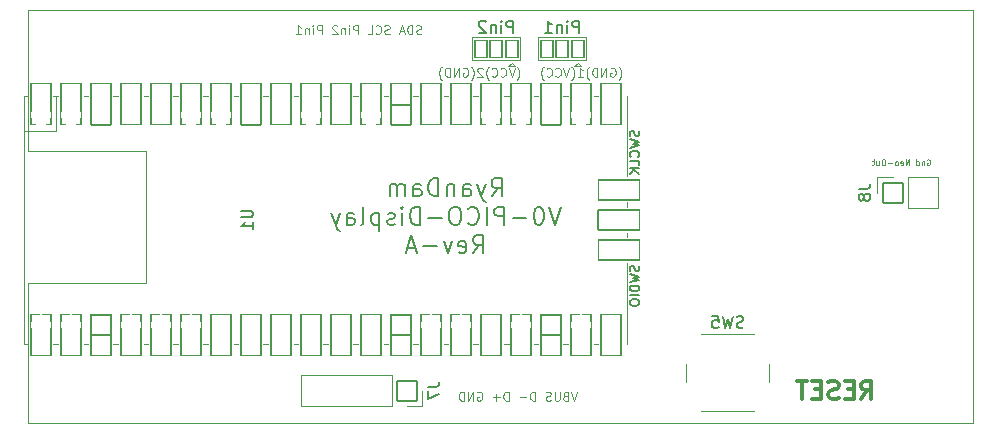
<source format=gbo>
G04 #@! TF.GenerationSoftware,KiCad,Pcbnew,(6.0.1-0)*
G04 #@! TF.CreationDate,2022-02-27T22:00:48+07:00*
G04 #@! TF.ProjectId,V0_Display,56305f44-6973-4706-9c61-792e6b696361,rev?*
G04 #@! TF.SameCoordinates,Original*
G04 #@! TF.FileFunction,Legend,Bot*
G04 #@! TF.FilePolarity,Positive*
%FSLAX46Y46*%
G04 Gerber Fmt 4.6, Leading zero omitted, Abs format (unit mm)*
G04 Created by KiCad (PCBNEW (6.0.1-0)) date 2022-02-27 22:00:48*
%MOMM*%
%LPD*%
G01*
G04 APERTURE LIST*
G04 Aperture macros list*
%AMRoundRect*
0 Rectangle with rounded corners*
0 $1 Rounding radius*
0 $2 $3 $4 $5 $6 $7 $8 $9 X,Y pos of 4 corners*
0 Add a 4 corners polygon primitive as box body*
4,1,4,$2,$3,$4,$5,$6,$7,$8,$9,$2,$3,0*
0 Add four circle primitives for the rounded corners*
1,1,$1+$1,$2,$3*
1,1,$1+$1,$4,$5*
1,1,$1+$1,$6,$7*
1,1,$1+$1,$8,$9*
0 Add four rect primitives between the rounded corners*
20,1,$1+$1,$2,$3,$4,$5,0*
20,1,$1+$1,$4,$5,$6,$7,0*
20,1,$1+$1,$6,$7,$8,$9,0*
20,1,$1+$1,$8,$9,$2,$3,0*%
G04 Aperture macros list end*
G04 #@! TA.AperFunction,Profile*
%ADD10C,0.050000*%
G04 #@! TD*
%ADD11C,0.100000*%
%ADD12C,0.300000*%
%ADD13C,0.200000*%
%ADD14C,0.150000*%
%ADD15C,0.120000*%
%ADD16C,2.802000*%
%ADD17C,2.102000*%
%ADD18O,2.602000X4.102000*%
%ADD19C,1.502000*%
%ADD20C,1.626000*%
%ADD21RoundRect,0.051000X0.850000X-0.850000X0.850000X0.850000X-0.850000X0.850000X-0.850000X-0.850000X0*%
%ADD22O,1.802000X1.802000*%
%ADD23RoundRect,0.051000X0.500000X0.750000X-0.500000X0.750000X-0.500000X-0.750000X0.500000X-0.750000X0*%
%ADD24RoundRect,0.051000X-0.850000X0.850000X-0.850000X-0.850000X0.850000X-0.850000X0.850000X0.850000X0*%
%ADD25O,1.902000X1.902000*%
%ADD26O,1.602000X1.602000*%
%ADD27RoundRect,0.051000X-0.850000X1.750000X-0.850000X-1.750000X0.850000X-1.750000X0.850000X1.750000X0*%
%ADD28RoundRect,0.051000X1.750000X0.850000X-1.750000X0.850000X-1.750000X-0.850000X1.750000X-0.850000X0*%
G04 APERTURE END LIST*
D10*
X85170000Y-61562000D02*
X85170000Y-49650000D01*
X165170000Y-84650000D02*
X85170000Y-84650000D01*
X85170000Y-84650000D02*
X85170000Y-72738000D01*
X85170000Y-61562000D02*
X95144000Y-61562000D01*
X85170000Y-72738000D02*
X95144000Y-72738000D01*
X95144000Y-61562000D02*
X95144000Y-72738000D01*
X85170000Y-49650000D02*
X165170000Y-49650000D01*
X165170000Y-49650000D02*
X165170000Y-84650000D01*
D11*
X118473571Y-51651571D02*
X118366428Y-51687285D01*
X118187857Y-51687285D01*
X118116428Y-51651571D01*
X118080714Y-51615857D01*
X118045000Y-51544428D01*
X118045000Y-51473000D01*
X118080714Y-51401571D01*
X118116428Y-51365857D01*
X118187857Y-51330142D01*
X118330714Y-51294428D01*
X118402142Y-51258714D01*
X118437857Y-51223000D01*
X118473571Y-51151571D01*
X118473571Y-51080142D01*
X118437857Y-51008714D01*
X118402142Y-50973000D01*
X118330714Y-50937285D01*
X118152142Y-50937285D01*
X118045000Y-50973000D01*
X117723571Y-51687285D02*
X117723571Y-50937285D01*
X117545000Y-50937285D01*
X117437857Y-50973000D01*
X117366428Y-51044428D01*
X117330714Y-51115857D01*
X117295000Y-51258714D01*
X117295000Y-51365857D01*
X117330714Y-51508714D01*
X117366428Y-51580142D01*
X117437857Y-51651571D01*
X117545000Y-51687285D01*
X117723571Y-51687285D01*
X117009285Y-51473000D02*
X116652142Y-51473000D01*
X117080714Y-51687285D02*
X116830714Y-50937285D01*
X116580714Y-51687285D01*
X115795000Y-51651571D02*
X115687857Y-51687285D01*
X115509285Y-51687285D01*
X115437857Y-51651571D01*
X115402142Y-51615857D01*
X115366428Y-51544428D01*
X115366428Y-51473000D01*
X115402142Y-51401571D01*
X115437857Y-51365857D01*
X115509285Y-51330142D01*
X115652142Y-51294428D01*
X115723571Y-51258714D01*
X115759285Y-51223000D01*
X115795000Y-51151571D01*
X115795000Y-51080142D01*
X115759285Y-51008714D01*
X115723571Y-50973000D01*
X115652142Y-50937285D01*
X115473571Y-50937285D01*
X115366428Y-50973000D01*
X114616428Y-51615857D02*
X114652142Y-51651571D01*
X114759285Y-51687285D01*
X114830714Y-51687285D01*
X114937857Y-51651571D01*
X115009285Y-51580142D01*
X115045000Y-51508714D01*
X115080714Y-51365857D01*
X115080714Y-51258714D01*
X115045000Y-51115857D01*
X115009285Y-51044428D01*
X114937857Y-50973000D01*
X114830714Y-50937285D01*
X114759285Y-50937285D01*
X114652142Y-50973000D01*
X114616428Y-51008714D01*
X113937857Y-51687285D02*
X114295000Y-51687285D01*
X114295000Y-50937285D01*
X113116428Y-51687285D02*
X113116428Y-50937285D01*
X112830714Y-50937285D01*
X112759285Y-50973000D01*
X112723571Y-51008714D01*
X112687857Y-51080142D01*
X112687857Y-51187285D01*
X112723571Y-51258714D01*
X112759285Y-51294428D01*
X112830714Y-51330142D01*
X113116428Y-51330142D01*
X112366428Y-51687285D02*
X112366428Y-51187285D01*
X112366428Y-50937285D02*
X112402142Y-50973000D01*
X112366428Y-51008714D01*
X112330714Y-50973000D01*
X112366428Y-50937285D01*
X112366428Y-51008714D01*
X112009285Y-51187285D02*
X112009285Y-51687285D01*
X112009285Y-51258714D02*
X111973571Y-51223000D01*
X111902142Y-51187285D01*
X111795000Y-51187285D01*
X111723571Y-51223000D01*
X111687857Y-51294428D01*
X111687857Y-51687285D01*
X111366428Y-51008714D02*
X111330714Y-50973000D01*
X111259285Y-50937285D01*
X111080714Y-50937285D01*
X111009285Y-50973000D01*
X110973571Y-51008714D01*
X110937857Y-51080142D01*
X110937857Y-51151571D01*
X110973571Y-51258714D01*
X111402142Y-51687285D01*
X110937857Y-51687285D01*
X110045000Y-51687285D02*
X110045000Y-50937285D01*
X109759285Y-50937285D01*
X109687857Y-50973000D01*
X109652142Y-51008714D01*
X109616428Y-51080142D01*
X109616428Y-51187285D01*
X109652142Y-51258714D01*
X109687857Y-51294428D01*
X109759285Y-51330142D01*
X110045000Y-51330142D01*
X109295000Y-51687285D02*
X109295000Y-51187285D01*
X109295000Y-50937285D02*
X109330714Y-50973000D01*
X109295000Y-51008714D01*
X109259285Y-50973000D01*
X109295000Y-50937285D01*
X109295000Y-51008714D01*
X108937857Y-51187285D02*
X108937857Y-51687285D01*
X108937857Y-51258714D02*
X108902142Y-51223000D01*
X108830714Y-51187285D01*
X108723571Y-51187285D01*
X108652142Y-51223000D01*
X108616428Y-51294428D01*
X108616428Y-51687285D01*
X107866428Y-51687285D02*
X108295000Y-51687285D01*
X108080714Y-51687285D02*
X108080714Y-50937285D01*
X108152142Y-51044428D01*
X108223571Y-51115857D01*
X108295000Y-51151571D01*
X135198571Y-55583000D02*
X135234285Y-55547285D01*
X135305714Y-55440142D01*
X135341428Y-55368714D01*
X135377142Y-55261571D01*
X135412857Y-55083000D01*
X135412857Y-54940142D01*
X135377142Y-54761571D01*
X135341428Y-54654428D01*
X135305714Y-54583000D01*
X135234285Y-54475857D01*
X135198571Y-54440142D01*
X134520000Y-54583000D02*
X134591428Y-54547285D01*
X134698571Y-54547285D01*
X134805714Y-54583000D01*
X134877142Y-54654428D01*
X134912857Y-54725857D01*
X134948571Y-54868714D01*
X134948571Y-54975857D01*
X134912857Y-55118714D01*
X134877142Y-55190142D01*
X134805714Y-55261571D01*
X134698571Y-55297285D01*
X134627142Y-55297285D01*
X134520000Y-55261571D01*
X134484285Y-55225857D01*
X134484285Y-54975857D01*
X134627142Y-54975857D01*
X134162857Y-55297285D02*
X134162857Y-54547285D01*
X133734285Y-55297285D01*
X133734285Y-54547285D01*
X133377142Y-55297285D02*
X133377142Y-54547285D01*
X133198571Y-54547285D01*
X133091428Y-54583000D01*
X133020000Y-54654428D01*
X132984285Y-54725857D01*
X132948571Y-54868714D01*
X132948571Y-54975857D01*
X132984285Y-55118714D01*
X133020000Y-55190142D01*
X133091428Y-55261571D01*
X133198571Y-55297285D01*
X133377142Y-55297285D01*
X132698571Y-55583000D02*
X132662857Y-55547285D01*
X132591428Y-55440142D01*
X132555714Y-55368714D01*
X132520000Y-55261571D01*
X132484285Y-55083000D01*
X132484285Y-54940142D01*
X132520000Y-54761571D01*
X132555714Y-54654428D01*
X132591428Y-54583000D01*
X132662857Y-54475857D01*
X132698571Y-54440142D01*
X131734285Y-55297285D02*
X132162857Y-55297285D01*
X131948571Y-55297285D02*
X131948571Y-54547285D01*
X132020000Y-54654428D01*
X132091428Y-54725857D01*
X132162857Y-54761571D01*
X131198571Y-55583000D02*
X131234285Y-55547285D01*
X131305714Y-55440142D01*
X131341428Y-55368714D01*
X131377142Y-55261571D01*
X131412857Y-55083000D01*
X131412857Y-54940142D01*
X131377142Y-54761571D01*
X131341428Y-54654428D01*
X131305714Y-54583000D01*
X131234285Y-54475857D01*
X131198571Y-54440142D01*
X131020000Y-54547285D02*
X130770000Y-55297285D01*
X130520000Y-54547285D01*
X129841428Y-55225857D02*
X129877142Y-55261571D01*
X129984285Y-55297285D01*
X130055714Y-55297285D01*
X130162857Y-55261571D01*
X130234285Y-55190142D01*
X130270000Y-55118714D01*
X130305714Y-54975857D01*
X130305714Y-54868714D01*
X130270000Y-54725857D01*
X130234285Y-54654428D01*
X130162857Y-54583000D01*
X130055714Y-54547285D01*
X129984285Y-54547285D01*
X129877142Y-54583000D01*
X129841428Y-54618714D01*
X129091428Y-55225857D02*
X129127142Y-55261571D01*
X129234285Y-55297285D01*
X129305714Y-55297285D01*
X129412857Y-55261571D01*
X129484285Y-55190142D01*
X129520000Y-55118714D01*
X129555714Y-54975857D01*
X129555714Y-54868714D01*
X129520000Y-54725857D01*
X129484285Y-54654428D01*
X129412857Y-54583000D01*
X129305714Y-54547285D01*
X129234285Y-54547285D01*
X129127142Y-54583000D01*
X129091428Y-54618714D01*
X128841428Y-55583000D02*
X128805714Y-55547285D01*
X128734285Y-55440142D01*
X128698571Y-55368714D01*
X128662857Y-55261571D01*
X128627142Y-55083000D01*
X128627142Y-54940142D01*
X128662857Y-54761571D01*
X128698571Y-54654428D01*
X128734285Y-54583000D01*
X128805714Y-54475857D01*
X128841428Y-54440142D01*
D12*
X155742571Y-82560571D02*
X156242571Y-81846285D01*
X156599714Y-82560571D02*
X156599714Y-81060571D01*
X156028285Y-81060571D01*
X155885428Y-81132000D01*
X155814000Y-81203428D01*
X155742571Y-81346285D01*
X155742571Y-81560571D01*
X155814000Y-81703428D01*
X155885428Y-81774857D01*
X156028285Y-81846285D01*
X156599714Y-81846285D01*
X155099714Y-81774857D02*
X154599714Y-81774857D01*
X154385428Y-82560571D02*
X155099714Y-82560571D01*
X155099714Y-81060571D01*
X154385428Y-81060571D01*
X153814000Y-82489142D02*
X153599714Y-82560571D01*
X153242571Y-82560571D01*
X153099714Y-82489142D01*
X153028285Y-82417714D01*
X152956857Y-82274857D01*
X152956857Y-82132000D01*
X153028285Y-81989142D01*
X153099714Y-81917714D01*
X153242571Y-81846285D01*
X153528285Y-81774857D01*
X153671142Y-81703428D01*
X153742571Y-81632000D01*
X153814000Y-81489142D01*
X153814000Y-81346285D01*
X153742571Y-81203428D01*
X153671142Y-81132000D01*
X153528285Y-81060571D01*
X153171142Y-81060571D01*
X152956857Y-81132000D01*
X152314000Y-81774857D02*
X151814000Y-81774857D01*
X151599714Y-82560571D02*
X152314000Y-82560571D01*
X152314000Y-81060571D01*
X151599714Y-81060571D01*
X151171142Y-81060571D02*
X150314000Y-81060571D01*
X150742571Y-82560571D02*
X150742571Y-81060571D01*
D13*
X124436857Y-65413571D02*
X124936857Y-64699285D01*
X125294000Y-65413571D02*
X125294000Y-63913571D01*
X124722571Y-63913571D01*
X124579714Y-63985000D01*
X124508285Y-64056428D01*
X124436857Y-64199285D01*
X124436857Y-64413571D01*
X124508285Y-64556428D01*
X124579714Y-64627857D01*
X124722571Y-64699285D01*
X125294000Y-64699285D01*
X123936857Y-64413571D02*
X123579714Y-65413571D01*
X123222571Y-64413571D02*
X123579714Y-65413571D01*
X123722571Y-65770714D01*
X123794000Y-65842142D01*
X123936857Y-65913571D01*
X122008285Y-65413571D02*
X122008285Y-64627857D01*
X122079714Y-64485000D01*
X122222571Y-64413571D01*
X122508285Y-64413571D01*
X122651142Y-64485000D01*
X122008285Y-65342142D02*
X122151142Y-65413571D01*
X122508285Y-65413571D01*
X122651142Y-65342142D01*
X122722571Y-65199285D01*
X122722571Y-65056428D01*
X122651142Y-64913571D01*
X122508285Y-64842142D01*
X122151142Y-64842142D01*
X122008285Y-64770714D01*
X121294000Y-64413571D02*
X121294000Y-65413571D01*
X121294000Y-64556428D02*
X121222571Y-64485000D01*
X121079714Y-64413571D01*
X120865428Y-64413571D01*
X120722571Y-64485000D01*
X120651142Y-64627857D01*
X120651142Y-65413571D01*
X119936857Y-65413571D02*
X119936857Y-63913571D01*
X119579714Y-63913571D01*
X119365428Y-63985000D01*
X119222571Y-64127857D01*
X119151142Y-64270714D01*
X119079714Y-64556428D01*
X119079714Y-64770714D01*
X119151142Y-65056428D01*
X119222571Y-65199285D01*
X119365428Y-65342142D01*
X119579714Y-65413571D01*
X119936857Y-65413571D01*
X117794000Y-65413571D02*
X117794000Y-64627857D01*
X117865428Y-64485000D01*
X118008285Y-64413571D01*
X118294000Y-64413571D01*
X118436857Y-64485000D01*
X117794000Y-65342142D02*
X117936857Y-65413571D01*
X118294000Y-65413571D01*
X118436857Y-65342142D01*
X118508285Y-65199285D01*
X118508285Y-65056428D01*
X118436857Y-64913571D01*
X118294000Y-64842142D01*
X117936857Y-64842142D01*
X117794000Y-64770714D01*
X117079714Y-65413571D02*
X117079714Y-64413571D01*
X117079714Y-64556428D02*
X117008285Y-64485000D01*
X116865428Y-64413571D01*
X116651142Y-64413571D01*
X116508285Y-64485000D01*
X116436857Y-64627857D01*
X116436857Y-65413571D01*
X116436857Y-64627857D02*
X116365428Y-64485000D01*
X116222571Y-64413571D01*
X116008285Y-64413571D01*
X115865428Y-64485000D01*
X115794000Y-64627857D01*
X115794000Y-65413571D01*
X130294000Y-66328571D02*
X129794000Y-67828571D01*
X129294000Y-66328571D01*
X128508285Y-66328571D02*
X128365428Y-66328571D01*
X128222571Y-66400000D01*
X128151142Y-66471428D01*
X128079714Y-66614285D01*
X128008285Y-66900000D01*
X128008285Y-67257142D01*
X128079714Y-67542857D01*
X128151142Y-67685714D01*
X128222571Y-67757142D01*
X128365428Y-67828571D01*
X128508285Y-67828571D01*
X128651142Y-67757142D01*
X128722571Y-67685714D01*
X128794000Y-67542857D01*
X128865428Y-67257142D01*
X128865428Y-66900000D01*
X128794000Y-66614285D01*
X128722571Y-66471428D01*
X128651142Y-66400000D01*
X128508285Y-66328571D01*
X127365428Y-67257142D02*
X126222571Y-67257142D01*
X125508285Y-67828571D02*
X125508285Y-66328571D01*
X124936857Y-66328571D01*
X124794000Y-66400000D01*
X124722571Y-66471428D01*
X124651142Y-66614285D01*
X124651142Y-66828571D01*
X124722571Y-66971428D01*
X124794000Y-67042857D01*
X124936857Y-67114285D01*
X125508285Y-67114285D01*
X124008285Y-67828571D02*
X124008285Y-66328571D01*
X122436857Y-67685714D02*
X122508285Y-67757142D01*
X122722571Y-67828571D01*
X122865428Y-67828571D01*
X123079714Y-67757142D01*
X123222571Y-67614285D01*
X123294000Y-67471428D01*
X123365428Y-67185714D01*
X123365428Y-66971428D01*
X123294000Y-66685714D01*
X123222571Y-66542857D01*
X123079714Y-66400000D01*
X122865428Y-66328571D01*
X122722571Y-66328571D01*
X122508285Y-66400000D01*
X122436857Y-66471428D01*
X121508285Y-66328571D02*
X121222571Y-66328571D01*
X121079714Y-66400000D01*
X120936857Y-66542857D01*
X120865428Y-66828571D01*
X120865428Y-67328571D01*
X120936857Y-67614285D01*
X121079714Y-67757142D01*
X121222571Y-67828571D01*
X121508285Y-67828571D01*
X121651142Y-67757142D01*
X121794000Y-67614285D01*
X121865428Y-67328571D01*
X121865428Y-66828571D01*
X121794000Y-66542857D01*
X121651142Y-66400000D01*
X121508285Y-66328571D01*
X120222571Y-67257142D02*
X119079714Y-67257142D01*
X118365428Y-67828571D02*
X118365428Y-66328571D01*
X118008285Y-66328571D01*
X117794000Y-66400000D01*
X117651142Y-66542857D01*
X117579714Y-66685714D01*
X117508285Y-66971428D01*
X117508285Y-67185714D01*
X117579714Y-67471428D01*
X117651142Y-67614285D01*
X117794000Y-67757142D01*
X118008285Y-67828571D01*
X118365428Y-67828571D01*
X116865428Y-67828571D02*
X116865428Y-66828571D01*
X116865428Y-66328571D02*
X116936857Y-66400000D01*
X116865428Y-66471428D01*
X116794000Y-66400000D01*
X116865428Y-66328571D01*
X116865428Y-66471428D01*
X116222571Y-67757142D02*
X116079714Y-67828571D01*
X115794000Y-67828571D01*
X115651142Y-67757142D01*
X115579714Y-67614285D01*
X115579714Y-67542857D01*
X115651142Y-67400000D01*
X115794000Y-67328571D01*
X116008285Y-67328571D01*
X116151142Y-67257142D01*
X116222571Y-67114285D01*
X116222571Y-67042857D01*
X116151142Y-66900000D01*
X116008285Y-66828571D01*
X115794000Y-66828571D01*
X115651142Y-66900000D01*
X114936857Y-66828571D02*
X114936857Y-68328571D01*
X114936857Y-66900000D02*
X114794000Y-66828571D01*
X114508285Y-66828571D01*
X114365428Y-66900000D01*
X114294000Y-66971428D01*
X114222571Y-67114285D01*
X114222571Y-67542857D01*
X114294000Y-67685714D01*
X114365428Y-67757142D01*
X114508285Y-67828571D01*
X114794000Y-67828571D01*
X114936857Y-67757142D01*
X113365428Y-67828571D02*
X113508285Y-67757142D01*
X113579714Y-67614285D01*
X113579714Y-66328571D01*
X112151142Y-67828571D02*
X112151142Y-67042857D01*
X112222571Y-66900000D01*
X112365428Y-66828571D01*
X112651142Y-66828571D01*
X112794000Y-66900000D01*
X112151142Y-67757142D02*
X112294000Y-67828571D01*
X112651142Y-67828571D01*
X112794000Y-67757142D01*
X112865428Y-67614285D01*
X112865428Y-67471428D01*
X112794000Y-67328571D01*
X112651142Y-67257142D01*
X112294000Y-67257142D01*
X112151142Y-67185714D01*
X111579714Y-66828571D02*
X111222571Y-67828571D01*
X110865428Y-66828571D02*
X111222571Y-67828571D01*
X111365428Y-68185714D01*
X111436857Y-68257142D01*
X111579714Y-68328571D01*
X122865428Y-70243571D02*
X123365428Y-69529285D01*
X123722571Y-70243571D02*
X123722571Y-68743571D01*
X123151142Y-68743571D01*
X123008285Y-68815000D01*
X122936857Y-68886428D01*
X122865428Y-69029285D01*
X122865428Y-69243571D01*
X122936857Y-69386428D01*
X123008285Y-69457857D01*
X123151142Y-69529285D01*
X123722571Y-69529285D01*
X121651142Y-70172142D02*
X121794000Y-70243571D01*
X122079714Y-70243571D01*
X122222571Y-70172142D01*
X122294000Y-70029285D01*
X122294000Y-69457857D01*
X122222571Y-69315000D01*
X122079714Y-69243571D01*
X121794000Y-69243571D01*
X121651142Y-69315000D01*
X121579714Y-69457857D01*
X121579714Y-69600714D01*
X122294000Y-69743571D01*
X121079714Y-69243571D02*
X120722571Y-70243571D01*
X120365428Y-69243571D01*
X119794000Y-69672142D02*
X118651142Y-69672142D01*
X118008285Y-69815000D02*
X117294000Y-69815000D01*
X118151142Y-70243571D02*
X117651142Y-68743571D01*
X117151142Y-70243571D01*
D11*
X161306761Y-62328000D02*
X161354380Y-62304190D01*
X161425809Y-62304190D01*
X161497238Y-62328000D01*
X161544857Y-62375619D01*
X161568666Y-62423238D01*
X161592476Y-62518476D01*
X161592476Y-62589904D01*
X161568666Y-62685142D01*
X161544857Y-62732761D01*
X161497238Y-62780380D01*
X161425809Y-62804190D01*
X161378190Y-62804190D01*
X161306761Y-62780380D01*
X161282952Y-62756571D01*
X161282952Y-62589904D01*
X161378190Y-62589904D01*
X161068666Y-62470857D02*
X161068666Y-62804190D01*
X161068666Y-62518476D02*
X161044857Y-62494666D01*
X160997238Y-62470857D01*
X160925809Y-62470857D01*
X160878190Y-62494666D01*
X160854380Y-62542285D01*
X160854380Y-62804190D01*
X160402000Y-62804190D02*
X160402000Y-62304190D01*
X160402000Y-62780380D02*
X160449619Y-62804190D01*
X160544857Y-62804190D01*
X160592476Y-62780380D01*
X160616285Y-62756571D01*
X160640095Y-62708952D01*
X160640095Y-62566095D01*
X160616285Y-62518476D01*
X160592476Y-62494666D01*
X160544857Y-62470857D01*
X160449619Y-62470857D01*
X160402000Y-62494666D01*
X159782952Y-62804190D02*
X159782952Y-62304190D01*
X159497238Y-62804190D01*
X159497238Y-62304190D01*
X159068666Y-62780380D02*
X159116285Y-62804190D01*
X159211523Y-62804190D01*
X159259142Y-62780380D01*
X159282952Y-62732761D01*
X159282952Y-62542285D01*
X159259142Y-62494666D01*
X159211523Y-62470857D01*
X159116285Y-62470857D01*
X159068666Y-62494666D01*
X159044857Y-62542285D01*
X159044857Y-62589904D01*
X159282952Y-62637523D01*
X158759142Y-62804190D02*
X158806761Y-62780380D01*
X158830571Y-62756571D01*
X158854380Y-62708952D01*
X158854380Y-62566095D01*
X158830571Y-62518476D01*
X158806761Y-62494666D01*
X158759142Y-62470857D01*
X158687714Y-62470857D01*
X158640095Y-62494666D01*
X158616285Y-62518476D01*
X158592476Y-62566095D01*
X158592476Y-62708952D01*
X158616285Y-62756571D01*
X158640095Y-62780380D01*
X158687714Y-62804190D01*
X158759142Y-62804190D01*
X158378190Y-62613714D02*
X157997238Y-62613714D01*
X157663904Y-62304190D02*
X157568666Y-62304190D01*
X157521047Y-62328000D01*
X157473428Y-62375619D01*
X157449619Y-62470857D01*
X157449619Y-62637523D01*
X157473428Y-62732761D01*
X157521047Y-62780380D01*
X157568666Y-62804190D01*
X157663904Y-62804190D01*
X157711523Y-62780380D01*
X157759142Y-62732761D01*
X157782952Y-62637523D01*
X157782952Y-62470857D01*
X157759142Y-62375619D01*
X157711523Y-62328000D01*
X157663904Y-62304190D01*
X157021047Y-62470857D02*
X157021047Y-62804190D01*
X157235333Y-62470857D02*
X157235333Y-62732761D01*
X157211523Y-62780380D01*
X157163904Y-62804190D01*
X157092476Y-62804190D01*
X157044857Y-62780380D01*
X157021047Y-62756571D01*
X156854380Y-62470857D02*
X156663904Y-62470857D01*
X156782952Y-62304190D02*
X156782952Y-62732761D01*
X156759142Y-62780380D01*
X156711523Y-62804190D01*
X156663904Y-62804190D01*
X126562571Y-55583000D02*
X126598285Y-55547285D01*
X126669714Y-55440142D01*
X126705428Y-55368714D01*
X126741142Y-55261571D01*
X126776857Y-55083000D01*
X126776857Y-54940142D01*
X126741142Y-54761571D01*
X126705428Y-54654428D01*
X126669714Y-54583000D01*
X126598285Y-54475857D01*
X126562571Y-54440142D01*
X126384000Y-54547285D02*
X126134000Y-55297285D01*
X125884000Y-54547285D01*
X125205428Y-55225857D02*
X125241142Y-55261571D01*
X125348285Y-55297285D01*
X125419714Y-55297285D01*
X125526857Y-55261571D01*
X125598285Y-55190142D01*
X125634000Y-55118714D01*
X125669714Y-54975857D01*
X125669714Y-54868714D01*
X125634000Y-54725857D01*
X125598285Y-54654428D01*
X125526857Y-54583000D01*
X125419714Y-54547285D01*
X125348285Y-54547285D01*
X125241142Y-54583000D01*
X125205428Y-54618714D01*
X124455428Y-55225857D02*
X124491142Y-55261571D01*
X124598285Y-55297285D01*
X124669714Y-55297285D01*
X124776857Y-55261571D01*
X124848285Y-55190142D01*
X124884000Y-55118714D01*
X124919714Y-54975857D01*
X124919714Y-54868714D01*
X124884000Y-54725857D01*
X124848285Y-54654428D01*
X124776857Y-54583000D01*
X124669714Y-54547285D01*
X124598285Y-54547285D01*
X124491142Y-54583000D01*
X124455428Y-54618714D01*
X124205428Y-55583000D02*
X124169714Y-55547285D01*
X124098285Y-55440142D01*
X124062571Y-55368714D01*
X124026857Y-55261571D01*
X123991142Y-55083000D01*
X123991142Y-54940142D01*
X124026857Y-54761571D01*
X124062571Y-54654428D01*
X124098285Y-54583000D01*
X124169714Y-54475857D01*
X124205428Y-54440142D01*
X123669714Y-54618714D02*
X123634000Y-54583000D01*
X123562571Y-54547285D01*
X123384000Y-54547285D01*
X123312571Y-54583000D01*
X123276857Y-54618714D01*
X123241142Y-54690142D01*
X123241142Y-54761571D01*
X123276857Y-54868714D01*
X123705428Y-55297285D01*
X123241142Y-55297285D01*
X122705428Y-55583000D02*
X122741142Y-55547285D01*
X122812571Y-55440142D01*
X122848285Y-55368714D01*
X122884000Y-55261571D01*
X122919714Y-55083000D01*
X122919714Y-54940142D01*
X122884000Y-54761571D01*
X122848285Y-54654428D01*
X122812571Y-54583000D01*
X122741142Y-54475857D01*
X122705428Y-54440142D01*
X122026857Y-54583000D02*
X122098285Y-54547285D01*
X122205428Y-54547285D01*
X122312571Y-54583000D01*
X122384000Y-54654428D01*
X122419714Y-54725857D01*
X122455428Y-54868714D01*
X122455428Y-54975857D01*
X122419714Y-55118714D01*
X122384000Y-55190142D01*
X122312571Y-55261571D01*
X122205428Y-55297285D01*
X122134000Y-55297285D01*
X122026857Y-55261571D01*
X121991142Y-55225857D01*
X121991142Y-54975857D01*
X122134000Y-54975857D01*
X121669714Y-55297285D02*
X121669714Y-54547285D01*
X121241142Y-55297285D01*
X121241142Y-54547285D01*
X120884000Y-55297285D02*
X120884000Y-54547285D01*
X120705428Y-54547285D01*
X120598285Y-54583000D01*
X120526857Y-54654428D01*
X120491142Y-54725857D01*
X120455428Y-54868714D01*
X120455428Y-54975857D01*
X120491142Y-55118714D01*
X120526857Y-55190142D01*
X120598285Y-55261571D01*
X120705428Y-55297285D01*
X120884000Y-55297285D01*
X120205428Y-55583000D02*
X120169714Y-55547285D01*
X120098285Y-55440142D01*
X120062571Y-55368714D01*
X120026857Y-55261571D01*
X119991142Y-55083000D01*
X119991142Y-54940142D01*
X120026857Y-54761571D01*
X120062571Y-54654428D01*
X120098285Y-54583000D01*
X120169714Y-54475857D01*
X120205428Y-54440142D01*
X131693571Y-81979285D02*
X131443571Y-82729285D01*
X131193571Y-81979285D01*
X130693571Y-82336428D02*
X130586428Y-82372142D01*
X130550714Y-82407857D01*
X130515000Y-82479285D01*
X130515000Y-82586428D01*
X130550714Y-82657857D01*
X130586428Y-82693571D01*
X130657857Y-82729285D01*
X130943571Y-82729285D01*
X130943571Y-81979285D01*
X130693571Y-81979285D01*
X130622142Y-82015000D01*
X130586428Y-82050714D01*
X130550714Y-82122142D01*
X130550714Y-82193571D01*
X130586428Y-82265000D01*
X130622142Y-82300714D01*
X130693571Y-82336428D01*
X130943571Y-82336428D01*
X130193571Y-81979285D02*
X130193571Y-82586428D01*
X130157857Y-82657857D01*
X130122142Y-82693571D01*
X130050714Y-82729285D01*
X129907857Y-82729285D01*
X129836428Y-82693571D01*
X129800714Y-82657857D01*
X129765000Y-82586428D01*
X129765000Y-81979285D01*
X129443571Y-82693571D02*
X129336428Y-82729285D01*
X129157857Y-82729285D01*
X129086428Y-82693571D01*
X129050714Y-82657857D01*
X129015000Y-82586428D01*
X129015000Y-82515000D01*
X129050714Y-82443571D01*
X129086428Y-82407857D01*
X129157857Y-82372142D01*
X129300714Y-82336428D01*
X129372142Y-82300714D01*
X129407857Y-82265000D01*
X129443571Y-82193571D01*
X129443571Y-82122142D01*
X129407857Y-82050714D01*
X129372142Y-82015000D01*
X129300714Y-81979285D01*
X129122142Y-81979285D01*
X129015000Y-82015000D01*
X128122142Y-82729285D02*
X128122142Y-81979285D01*
X127943571Y-81979285D01*
X127836428Y-82015000D01*
X127765000Y-82086428D01*
X127729285Y-82157857D01*
X127693571Y-82300714D01*
X127693571Y-82407857D01*
X127729285Y-82550714D01*
X127765000Y-82622142D01*
X127836428Y-82693571D01*
X127943571Y-82729285D01*
X128122142Y-82729285D01*
X127372142Y-82443571D02*
X126800714Y-82443571D01*
X125872142Y-82729285D02*
X125872142Y-81979285D01*
X125693571Y-81979285D01*
X125586428Y-82015000D01*
X125515000Y-82086428D01*
X125479285Y-82157857D01*
X125443571Y-82300714D01*
X125443571Y-82407857D01*
X125479285Y-82550714D01*
X125515000Y-82622142D01*
X125586428Y-82693571D01*
X125693571Y-82729285D01*
X125872142Y-82729285D01*
X125122142Y-82443571D02*
X124550714Y-82443571D01*
X124836428Y-82729285D02*
X124836428Y-82157857D01*
X123229285Y-82015000D02*
X123300714Y-81979285D01*
X123407857Y-81979285D01*
X123515000Y-82015000D01*
X123586428Y-82086428D01*
X123622142Y-82157857D01*
X123657857Y-82300714D01*
X123657857Y-82407857D01*
X123622142Y-82550714D01*
X123586428Y-82622142D01*
X123515000Y-82693571D01*
X123407857Y-82729285D01*
X123336428Y-82729285D01*
X123229285Y-82693571D01*
X123193571Y-82657857D01*
X123193571Y-82407857D01*
X123336428Y-82407857D01*
X122872142Y-82729285D02*
X122872142Y-81979285D01*
X122443571Y-82729285D01*
X122443571Y-81979285D01*
X122086428Y-82729285D02*
X122086428Y-81979285D01*
X121907857Y-81979285D01*
X121800714Y-82015000D01*
X121729285Y-82086428D01*
X121693571Y-82157857D01*
X121657857Y-82300714D01*
X121657857Y-82407857D01*
X121693571Y-82550714D01*
X121729285Y-82622142D01*
X121800714Y-82693571D01*
X121907857Y-82729285D01*
X122086428Y-82729285D01*
D14*
X119014380Y-81548666D02*
X119728666Y-81548666D01*
X119871523Y-81501047D01*
X119966761Y-81405809D01*
X120014380Y-81262952D01*
X120014380Y-81167714D01*
X119014380Y-81929619D02*
X119014380Y-82596285D01*
X120014380Y-82167714D01*
X145753333Y-76512761D02*
X145610476Y-76560380D01*
X145372380Y-76560380D01*
X145277142Y-76512761D01*
X145229523Y-76465142D01*
X145181904Y-76369904D01*
X145181904Y-76274666D01*
X145229523Y-76179428D01*
X145277142Y-76131809D01*
X145372380Y-76084190D01*
X145562857Y-76036571D01*
X145658095Y-75988952D01*
X145705714Y-75941333D01*
X145753333Y-75846095D01*
X145753333Y-75750857D01*
X145705714Y-75655619D01*
X145658095Y-75608000D01*
X145562857Y-75560380D01*
X145324761Y-75560380D01*
X145181904Y-75608000D01*
X144848571Y-75560380D02*
X144610476Y-76560380D01*
X144420000Y-75846095D01*
X144229523Y-76560380D01*
X143991428Y-75560380D01*
X143134285Y-75560380D02*
X143610476Y-75560380D01*
X143658095Y-76036571D01*
X143610476Y-75988952D01*
X143515238Y-75941333D01*
X143277142Y-75941333D01*
X143181904Y-75988952D01*
X143134285Y-76036571D01*
X143086666Y-76131809D01*
X143086666Y-76369904D01*
X143134285Y-76465142D01*
X143181904Y-76512761D01*
X143277142Y-76560380D01*
X143515238Y-76560380D01*
X143610476Y-76512761D01*
X143658095Y-76465142D01*
X126260571Y-51578380D02*
X126260571Y-50578380D01*
X125879619Y-50578380D01*
X125784380Y-50626000D01*
X125736761Y-50673619D01*
X125689142Y-50768857D01*
X125689142Y-50911714D01*
X125736761Y-51006952D01*
X125784380Y-51054571D01*
X125879619Y-51102190D01*
X126260571Y-51102190D01*
X125260571Y-51578380D02*
X125260571Y-50911714D01*
X125260571Y-50578380D02*
X125308190Y-50626000D01*
X125260571Y-50673619D01*
X125212952Y-50626000D01*
X125260571Y-50578380D01*
X125260571Y-50673619D01*
X124784380Y-50911714D02*
X124784380Y-51578380D01*
X124784380Y-51006952D02*
X124736761Y-50959333D01*
X124641523Y-50911714D01*
X124498666Y-50911714D01*
X124403428Y-50959333D01*
X124355809Y-51054571D01*
X124355809Y-51578380D01*
X123927238Y-50673619D02*
X123879619Y-50626000D01*
X123784380Y-50578380D01*
X123546285Y-50578380D01*
X123451047Y-50626000D01*
X123403428Y-50673619D01*
X123355809Y-50768857D01*
X123355809Y-50864095D01*
X123403428Y-51006952D01*
X123974857Y-51578380D01*
X123355809Y-51578380D01*
X155507380Y-64784666D02*
X156221666Y-64784666D01*
X156364523Y-64737047D01*
X156459761Y-64641809D01*
X156507380Y-64498952D01*
X156507380Y-64403714D01*
X155935952Y-65403714D02*
X155888333Y-65308476D01*
X155840714Y-65260857D01*
X155745476Y-65213238D01*
X155697857Y-65213238D01*
X155602619Y-65260857D01*
X155555000Y-65308476D01*
X155507380Y-65403714D01*
X155507380Y-65594190D01*
X155555000Y-65689428D01*
X155602619Y-65737047D01*
X155697857Y-65784666D01*
X155745476Y-65784666D01*
X155840714Y-65737047D01*
X155888333Y-65689428D01*
X155935952Y-65594190D01*
X155935952Y-65403714D01*
X155983571Y-65308476D01*
X156031190Y-65260857D01*
X156126428Y-65213238D01*
X156316904Y-65213238D01*
X156412142Y-65260857D01*
X156459761Y-65308476D01*
X156507380Y-65403714D01*
X156507380Y-65594190D01*
X156459761Y-65689428D01*
X156412142Y-65737047D01*
X156316904Y-65784666D01*
X156126428Y-65784666D01*
X156031190Y-65737047D01*
X155983571Y-65689428D01*
X155935952Y-65594190D01*
X131848571Y-51578380D02*
X131848571Y-50578380D01*
X131467619Y-50578380D01*
X131372380Y-50626000D01*
X131324761Y-50673619D01*
X131277142Y-50768857D01*
X131277142Y-50911714D01*
X131324761Y-51006952D01*
X131372380Y-51054571D01*
X131467619Y-51102190D01*
X131848571Y-51102190D01*
X130848571Y-51578380D02*
X130848571Y-50911714D01*
X130848571Y-50578380D02*
X130896190Y-50626000D01*
X130848571Y-50673619D01*
X130800952Y-50626000D01*
X130848571Y-50578380D01*
X130848571Y-50673619D01*
X130372380Y-50911714D02*
X130372380Y-51578380D01*
X130372380Y-51006952D02*
X130324761Y-50959333D01*
X130229523Y-50911714D01*
X130086666Y-50911714D01*
X129991428Y-50959333D01*
X129943809Y-51054571D01*
X129943809Y-51578380D01*
X128943809Y-51578380D02*
X129515238Y-51578380D01*
X129229523Y-51578380D02*
X129229523Y-50578380D01*
X129324761Y-50721238D01*
X129420000Y-50816476D01*
X129515238Y-50864095D01*
X103232380Y-66638095D02*
X104041904Y-66638095D01*
X104137142Y-66685714D01*
X104184761Y-66733333D01*
X104232380Y-66828571D01*
X104232380Y-67019047D01*
X104184761Y-67114285D01*
X104137142Y-67161904D01*
X104041904Y-67209523D01*
X103232380Y-67209523D01*
X104232380Y-68209523D02*
X104232380Y-67638095D01*
X104232380Y-67923809D02*
X103232380Y-67923809D01*
X103375238Y-67828571D01*
X103470476Y-67733333D01*
X103518095Y-67638095D01*
X136907809Y-59890476D02*
X136945904Y-60004761D01*
X136945904Y-60195238D01*
X136907809Y-60271428D01*
X136869714Y-60309523D01*
X136793523Y-60347619D01*
X136717333Y-60347619D01*
X136641142Y-60309523D01*
X136603047Y-60271428D01*
X136564952Y-60195238D01*
X136526857Y-60042857D01*
X136488761Y-59966666D01*
X136450666Y-59928571D01*
X136374476Y-59890476D01*
X136298285Y-59890476D01*
X136222095Y-59928571D01*
X136184000Y-59966666D01*
X136145904Y-60042857D01*
X136145904Y-60233333D01*
X136184000Y-60347619D01*
X136145904Y-60614285D02*
X136945904Y-60804761D01*
X136374476Y-60957142D01*
X136945904Y-61109523D01*
X136145904Y-61300000D01*
X136869714Y-62061904D02*
X136907809Y-62023809D01*
X136945904Y-61909523D01*
X136945904Y-61833333D01*
X136907809Y-61719047D01*
X136831619Y-61642857D01*
X136755428Y-61604761D01*
X136603047Y-61566666D01*
X136488761Y-61566666D01*
X136336380Y-61604761D01*
X136260190Y-61642857D01*
X136184000Y-61719047D01*
X136145904Y-61833333D01*
X136145904Y-61909523D01*
X136184000Y-62023809D01*
X136222095Y-62061904D01*
X136945904Y-62785714D02*
X136945904Y-62404761D01*
X136145904Y-62404761D01*
X136945904Y-63052380D02*
X136145904Y-63052380D01*
X136945904Y-63509523D02*
X136488761Y-63166666D01*
X136145904Y-63509523D02*
X136603047Y-63052380D01*
X136907809Y-71304761D02*
X136945904Y-71419047D01*
X136945904Y-71609523D01*
X136907809Y-71685714D01*
X136869714Y-71723809D01*
X136793523Y-71761904D01*
X136717333Y-71761904D01*
X136641142Y-71723809D01*
X136603047Y-71685714D01*
X136564952Y-71609523D01*
X136526857Y-71457142D01*
X136488761Y-71380952D01*
X136450666Y-71342857D01*
X136374476Y-71304761D01*
X136298285Y-71304761D01*
X136222095Y-71342857D01*
X136184000Y-71380952D01*
X136145904Y-71457142D01*
X136145904Y-71647619D01*
X136184000Y-71761904D01*
X136145904Y-72028571D02*
X136945904Y-72219047D01*
X136374476Y-72371428D01*
X136945904Y-72523809D01*
X136145904Y-72714285D01*
X136945904Y-73019047D02*
X136145904Y-73019047D01*
X136145904Y-73209523D01*
X136184000Y-73323809D01*
X136260190Y-73400000D01*
X136336380Y-73438095D01*
X136488761Y-73476190D01*
X136603047Y-73476190D01*
X136755428Y-73438095D01*
X136831619Y-73400000D01*
X136907809Y-73323809D01*
X136945904Y-73209523D01*
X136945904Y-73019047D01*
X136945904Y-73819047D02*
X136145904Y-73819047D01*
X136145904Y-74352380D02*
X136145904Y-74504761D01*
X136184000Y-74580952D01*
X136260190Y-74657142D01*
X136412571Y-74695238D01*
X136679238Y-74695238D01*
X136831619Y-74657142D01*
X136907809Y-74580952D01*
X136945904Y-74504761D01*
X136945904Y-74352380D01*
X136907809Y-74276190D01*
X136831619Y-74200000D01*
X136679238Y-74161904D01*
X136412571Y-74161904D01*
X136260190Y-74200000D01*
X136184000Y-74276190D01*
X136145904Y-74352380D01*
D15*
X117232000Y-83212000D02*
X118562000Y-83212000D01*
X115962000Y-83212000D02*
X108282000Y-83212000D01*
X108282000Y-83212000D02*
X108282000Y-80552000D01*
X115962000Y-83212000D02*
X115962000Y-80552000D01*
X118562000Y-83212000D02*
X118562000Y-81882000D01*
X115962000Y-80552000D02*
X108282000Y-80552000D01*
X142170000Y-77108000D02*
X146670000Y-77108000D01*
X146670000Y-83608000D02*
X142170000Y-83608000D01*
X147920000Y-79608000D02*
X147920000Y-81108000D01*
X140920000Y-81108000D02*
X140920000Y-79608000D01*
X122782000Y-51926000D02*
X122782000Y-53926000D01*
X126132000Y-54126000D02*
X125832000Y-54426000D01*
X126432000Y-54426000D02*
X125832000Y-54426000D01*
X126132000Y-54126000D02*
X126432000Y-54426000D01*
X126882000Y-51926000D02*
X122782000Y-51926000D01*
X122782000Y-53926000D02*
X126882000Y-53926000D01*
X126882000Y-53926000D02*
X126882000Y-51926000D01*
X158385000Y-63788000D02*
X157055000Y-63788000D01*
X159655000Y-63788000D02*
X162255000Y-63788000D01*
X159655000Y-63788000D02*
X159655000Y-66448000D01*
X157055000Y-63788000D02*
X157055000Y-65118000D01*
X159655000Y-66448000D02*
X162255000Y-66448000D01*
X162255000Y-63788000D02*
X162255000Y-66448000D01*
X132470000Y-51926000D02*
X128370000Y-51926000D01*
X131720000Y-54126000D02*
X132020000Y-54426000D01*
X131720000Y-54126000D02*
X131420000Y-54426000D01*
X132470000Y-53926000D02*
X132470000Y-51926000D01*
X132020000Y-54426000D02*
X131420000Y-54426000D01*
X128370000Y-51926000D02*
X128370000Y-53926000D01*
X128370000Y-53926000D02*
X132470000Y-53926000D01*
X112684000Y-56900000D02*
X113084000Y-56900000D01*
X105084000Y-77900000D02*
X105484000Y-77900000D01*
X87551000Y-56900000D02*
X87551000Y-59907000D01*
X122884000Y-77900000D02*
X123284000Y-77900000D01*
X92384000Y-77900000D02*
X92784000Y-77900000D01*
X99984000Y-56900000D02*
X100384000Y-56900000D01*
X107684000Y-77900000D02*
X108084000Y-77900000D01*
X87551000Y-59907000D02*
X84884000Y-59907000D01*
X110184000Y-56900000D02*
X110584000Y-56900000D01*
X87284000Y-77900000D02*
X87684000Y-77900000D01*
X89884000Y-77900000D02*
X90284000Y-77900000D01*
X87284000Y-56900000D02*
X87684000Y-56900000D01*
X84884000Y-56900000D02*
X84884000Y-77900000D01*
X125484000Y-77900000D02*
X125884000Y-77900000D01*
X133084000Y-77900000D02*
X133484000Y-77900000D01*
X107684000Y-56900000D02*
X108084000Y-56900000D01*
X84884000Y-56900000D02*
X85184000Y-56900000D01*
X94984000Y-56900000D02*
X95384000Y-56900000D01*
X133084000Y-56900000D02*
X133484000Y-56900000D01*
X115284000Y-56900000D02*
X115684000Y-56900000D01*
X135884000Y-65900000D02*
X135884000Y-66300000D01*
X92384000Y-56900000D02*
X92784000Y-56900000D01*
X97484000Y-77900000D02*
X97884000Y-77900000D01*
X110184000Y-77900000D02*
X110584000Y-77900000D01*
X105084000Y-56900000D02*
X105484000Y-56900000D01*
X127984000Y-56900000D02*
X128384000Y-56900000D01*
X120384000Y-77900000D02*
X120784000Y-77900000D01*
X135884000Y-68500000D02*
X135884000Y-68900000D01*
X135884000Y-77900000D02*
X135884000Y-71100000D01*
X122884000Y-56900000D02*
X123284000Y-56900000D01*
X120384000Y-56900000D02*
X120784000Y-56900000D01*
X112684000Y-77900000D02*
X113084000Y-77900000D01*
X115284000Y-77900000D02*
X115684000Y-77900000D01*
X94984000Y-77900000D02*
X95384000Y-77900000D01*
X125484000Y-56900000D02*
X125884000Y-56900000D01*
X89884000Y-56900000D02*
X90284000Y-56900000D01*
X130484000Y-56900000D02*
X130884000Y-56900000D01*
X97484000Y-56900000D02*
X97884000Y-56900000D01*
X99984000Y-77900000D02*
X100384000Y-77900000D01*
X127984000Y-77900000D02*
X128384000Y-77900000D01*
X102584000Y-56900000D02*
X102984000Y-56900000D01*
X102584000Y-77900000D02*
X102984000Y-77900000D01*
X84884000Y-77900000D02*
X85184000Y-77900000D01*
X135884000Y-63700000D02*
X135884000Y-56900000D01*
X117784000Y-56900000D02*
X118184000Y-56900000D01*
X130484000Y-77900000D02*
X130884000Y-77900000D01*
X117784000Y-77900000D02*
X118184000Y-77900000D01*
%LPC*%
D16*
X162200000Y-81882000D03*
X162200000Y-52418000D03*
D17*
X156670000Y-69900000D03*
X163170000Y-69900000D03*
X163170000Y-74400000D03*
X156670000Y-74400000D03*
X141920000Y-74650000D03*
X146920000Y-74650000D03*
X144420000Y-74650000D03*
D18*
X149500000Y-67150000D03*
X139340000Y-67150000D03*
D17*
X141920000Y-60150000D03*
X146920000Y-60150000D03*
D16*
X88032000Y-81882000D03*
X88032000Y-52418000D03*
D19*
X98192000Y-65626000D03*
X98192000Y-68166000D03*
D20*
X109622000Y-53108000D03*
X112162000Y-53108000D03*
X114702000Y-53108000D03*
X117242000Y-53108000D03*
D21*
X117232000Y-81882000D03*
D22*
X114692000Y-81882000D03*
X112152000Y-81882000D03*
X109612000Y-81882000D03*
D17*
X147670000Y-78108000D03*
X141170000Y-78108000D03*
X147670000Y-82608000D03*
X141170000Y-82608000D03*
D23*
X126132000Y-52926000D03*
X124832000Y-52926000D03*
X123532000Y-52926000D03*
D24*
X158385000Y-65118000D03*
D22*
X160925000Y-65118000D03*
D23*
X131720000Y-52926000D03*
X130420000Y-52926000D03*
X129120000Y-52926000D03*
D25*
X86384000Y-64675000D03*
X86384000Y-70125000D03*
D26*
X89414000Y-64975000D03*
X89414000Y-69825000D03*
D27*
X86254000Y-57610000D03*
D22*
X86254000Y-58510000D03*
D27*
X88794000Y-57610000D03*
D22*
X88794000Y-58510000D03*
D24*
X91334000Y-58510000D03*
D27*
X91334000Y-57610000D03*
D22*
X93874000Y-58510000D03*
D27*
X93874000Y-57610000D03*
D22*
X96414000Y-58510000D03*
D27*
X96414000Y-57610000D03*
X98954000Y-57610000D03*
D22*
X98954000Y-58510000D03*
D27*
X101494000Y-57610000D03*
D22*
X101494000Y-58510000D03*
D24*
X104034000Y-58510000D03*
D27*
X104034000Y-57610000D03*
D22*
X106574000Y-58510000D03*
D27*
X106574000Y-57610000D03*
X109114000Y-57610000D03*
D22*
X109114000Y-58510000D03*
X111654000Y-58510000D03*
D27*
X111654000Y-57610000D03*
X114194000Y-57610000D03*
D22*
X114194000Y-58510000D03*
D27*
X116734000Y-57610000D03*
D24*
X116734000Y-58510000D03*
D22*
X119274000Y-58510000D03*
D27*
X119274000Y-57610000D03*
D22*
X121814000Y-58510000D03*
D27*
X121814000Y-57610000D03*
X124354000Y-57610000D03*
D22*
X124354000Y-58510000D03*
D27*
X126894000Y-57610000D03*
D22*
X126894000Y-58510000D03*
D24*
X129434000Y-58510000D03*
D27*
X129434000Y-57610000D03*
X131974000Y-57610000D03*
D22*
X131974000Y-58510000D03*
X134514000Y-58510000D03*
D27*
X134514000Y-57610000D03*
D22*
X134514000Y-76290000D03*
D27*
X134514000Y-77190000D03*
X131974000Y-77190000D03*
D22*
X131974000Y-76290000D03*
D27*
X129434000Y-77190000D03*
D24*
X129434000Y-76290000D03*
D27*
X126894000Y-77190000D03*
D22*
X126894000Y-76290000D03*
X124354000Y-76290000D03*
D27*
X124354000Y-77190000D03*
X121814000Y-77190000D03*
D22*
X121814000Y-76290000D03*
D27*
X119274000Y-77190000D03*
D22*
X119274000Y-76290000D03*
D27*
X116734000Y-77190000D03*
D24*
X116734000Y-76290000D03*
D22*
X114194000Y-76290000D03*
D27*
X114194000Y-77190000D03*
D22*
X111654000Y-76290000D03*
D27*
X111654000Y-77190000D03*
D22*
X109114000Y-76290000D03*
D27*
X109114000Y-77190000D03*
D22*
X106574000Y-76290000D03*
D27*
X106574000Y-77190000D03*
D24*
X104034000Y-76290000D03*
D27*
X104034000Y-77190000D03*
D22*
X101494000Y-76290000D03*
D27*
X101494000Y-77190000D03*
X98954000Y-77190000D03*
D22*
X98954000Y-76290000D03*
D27*
X96414000Y-77190000D03*
D22*
X96414000Y-76290000D03*
D27*
X93874000Y-77190000D03*
D22*
X93874000Y-76290000D03*
D27*
X91334000Y-77190000D03*
D24*
X91334000Y-76290000D03*
D27*
X88794000Y-77190000D03*
D22*
X88794000Y-76290000D03*
D27*
X86254000Y-77190000D03*
D22*
X86254000Y-76290000D03*
X134284000Y-64860000D03*
D28*
X135184000Y-64860000D03*
D24*
X134284000Y-67400000D03*
D28*
X135184000Y-67400000D03*
D22*
X134284000Y-69940000D03*
D28*
X135184000Y-69940000D03*
M02*

</source>
